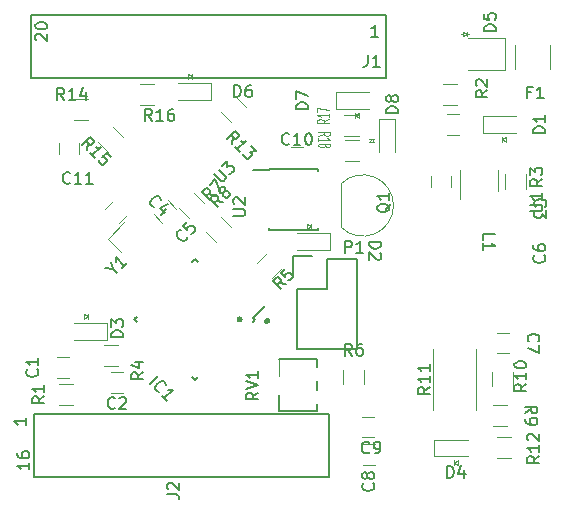
<source format=gbr>
%TF.GenerationSoftware,KiCad,Pcbnew,no-vcs-found-b18601d~60~ubuntu16.04.1*%
%TF.CreationDate,2017-12-04T14:02:50-05:00*%
%TF.ProjectId,as,61732E6B696361645F70636200000000,rev?*%
%TF.SameCoordinates,Original*%
%TF.FileFunction,Legend,Top*%
%TF.FilePolarity,Positive*%
%FSLAX46Y46*%
G04 Gerber Fmt 4.6, Leading zero omitted, Abs format (unit mm)*
G04 Created by KiCad (PCBNEW no-vcs-found-b18601d~60~ubuntu16.04.1) date Mon Dec  4 14:02:50 2017*
%MOMM*%
%LPD*%
G01*
G04 APERTURE LIST*
%ADD10C,0.120000*%
%ADD11C,0.100000*%
%ADD12C,0.150000*%
%ADD13C,0.500000*%
%ADD14C,0.125000*%
G04 APERTURE END LIST*
D10*
%TO.C,D8*%
X169864000Y-83628000D02*
X169864000Y-86428000D01*
X168464000Y-83628000D02*
X168464000Y-86428000D01*
D11*
X168094000Y-85582000D02*
X167694000Y-85582000D01*
X167694000Y-85582000D02*
X167894000Y-85282000D01*
X167894000Y-85282000D02*
X168094000Y-85582000D01*
X168094000Y-85282000D02*
X167694000Y-85282000D01*
D10*
X169864000Y-83628000D02*
X168464000Y-83628000D01*
D12*
%TO.C,U2*%
X159214999Y-87849000D02*
X159215000Y-87899000D01*
X163365001Y-87849000D02*
X163365000Y-87994000D01*
X163365001Y-92999000D02*
X163365000Y-92854000D01*
X159214999Y-92999000D02*
X159215000Y-92854000D01*
X159214999Y-87849000D02*
X163365001Y-87849000D01*
X159214999Y-92999000D02*
X163365001Y-92999000D01*
X159215000Y-87899000D02*
X157815000Y-87898999D01*
D10*
%TO.C,D3*%
X145480001Y-102300000D02*
X145480001Y-100900000D01*
D11*
X143826001Y-100530000D02*
X143826002Y-100130000D01*
X143826001Y-100330000D02*
X143526001Y-100530000D01*
X143526002Y-100130000D02*
X143826001Y-100330000D01*
X143526001Y-100530000D02*
X143526002Y-100130000D01*
D10*
X145480001Y-100900000D02*
X142680001Y-100900000D01*
X145480001Y-102300000D02*
X142680001Y-102300000D01*
D12*
%TO.C,J2*%
X139300000Y-108602000D02*
X139300000Y-113902000D01*
X164230000Y-108602000D02*
X164230000Y-113902000D01*
X139300000Y-108602000D02*
X164230000Y-108602000D01*
X139300000Y-113902000D02*
X164230000Y-113902000D01*
%TO.C,J1*%
X139046000Y-74820001D02*
X139045999Y-80120000D01*
X169056000Y-74820000D02*
X169056000Y-80120000D01*
X139046000Y-74820001D02*
X169056000Y-74820000D01*
X139045999Y-80120000D02*
X169056000Y-80120000D01*
D10*
%TO.C,R13*%
X156012010Y-83850518D02*
X155163482Y-83001990D01*
X156407990Y-81757482D02*
X157256518Y-82606010D01*
D12*
%TO.C,P1*%
X161544000Y-98044000D02*
X161543999Y-103124000D01*
X161264000Y-95224000D02*
X162814000Y-95223999D01*
X164084000Y-95504000D02*
X164084000Y-98044000D01*
X164084000Y-98044000D02*
X161544000Y-98044000D01*
X161543999Y-103124000D02*
X166624000Y-103124000D01*
X166624000Y-103124000D02*
X166624000Y-98044000D01*
X161264000Y-95224000D02*
X161263999Y-96774000D01*
X166624000Y-95504000D02*
X164084000Y-95504000D01*
X166624000Y-98044000D02*
X166624000Y-95504000D01*
D13*
%TO.C,IC1*%
X156712548Y-100566039D02*
G75*
G03X156712548Y-100566039I-50801J0D01*
G01*
X159047414Y-100709724D02*
G75*
G03X159047414Y-100709724I-50800J0D01*
G01*
D12*
X158034524Y-100584000D02*
X157875425Y-100424901D01*
X152908000Y-105710524D02*
X152678190Y-105480714D01*
X147781476Y-100584000D02*
X148011286Y-100813810D01*
X152908000Y-95457476D02*
X153137810Y-95687286D01*
X158034524Y-100584000D02*
X157804714Y-100813810D01*
X152908000Y-95457476D02*
X152678190Y-95687286D01*
X147781476Y-100584000D02*
X148011286Y-100354190D01*
X152908000Y-105710524D02*
X153137810Y-105480714D01*
X157875425Y-100424901D02*
X158883052Y-99417274D01*
D10*
%TO.C,D2*%
X164360000Y-94680000D02*
X161560000Y-94680000D01*
X164360000Y-93280000D02*
X161560000Y-93280000D01*
D11*
X162406000Y-92910000D02*
X162406001Y-92510000D01*
X162406001Y-92510000D02*
X162706000Y-92710000D01*
X162706000Y-92710000D02*
X162406000Y-92910000D01*
X162706000Y-92910000D02*
X162706001Y-92510000D01*
D10*
X164360000Y-94680000D02*
X164360000Y-93280000D01*
%TO.C,D6*%
X154284000Y-81980000D02*
X154284000Y-80580000D01*
D11*
X152630000Y-80210000D02*
X152630000Y-79810000D01*
X152630000Y-80010000D02*
X152330000Y-80210000D01*
X152330000Y-79810000D02*
X152630000Y-80010000D01*
X152330000Y-80210000D02*
X152330000Y-79810000D01*
D10*
X154284000Y-80580000D02*
X151484000Y-80580000D01*
X154284000Y-81980000D02*
X151484000Y-81980000D01*
D11*
%TO.C,Y1*%
X145536416Y-93754843D02*
X146950629Y-92340629D01*
X145536416Y-93754843D02*
X146667786Y-94886214D01*
D10*
%TO.C,C1*%
X142232000Y-103798000D02*
X141232000Y-103798000D01*
X141232000Y-105498000D02*
X142232000Y-105498000D01*
%TO.C,C2*%
X145804000Y-106768000D02*
X146804000Y-106768000D01*
X146804000Y-105068000D02*
X145804000Y-105068000D01*
%TO.C,C3*%
X174268000Y-84924000D02*
X175268000Y-84924000D01*
X175268000Y-83224000D02*
X174268000Y-83224000D01*
%TO.C,C4*%
X146001620Y-90540299D02*
X145294513Y-91247406D01*
X146496594Y-92449487D02*
X147203701Y-91742380D01*
%TO.C,C5*%
X151322594Y-91192513D02*
X150615487Y-90485406D01*
X149413406Y-91687487D02*
X150120513Y-92394594D01*
%TO.C,C6*%
X172886000Y-88400000D02*
X172886000Y-89400000D01*
X174586000Y-89400000D02*
X174586000Y-88400000D01*
%TO.C,C7*%
X179493796Y-101758342D02*
X178493796Y-101758342D01*
X178493796Y-103458342D02*
X179493796Y-103458342D01*
%TO.C,C8*%
X167140000Y-112864000D02*
X168140000Y-112864000D01*
X168140000Y-111164000D02*
X167140000Y-111164000D01*
%TO.C,C9*%
X168080466Y-108846262D02*
X167080466Y-108846262D01*
X167080466Y-110546262D02*
X168080466Y-110546262D01*
%TO.C,C10*%
X162060000Y-86018000D02*
X161060000Y-86018000D01*
X161060000Y-87718000D02*
X162060000Y-87718000D01*
%TO.C,C11*%
X143090000Y-86606000D02*
X143090000Y-85606000D01*
X141390000Y-85606000D02*
X141390000Y-86606000D01*
%TO.C,D1*%
X177270000Y-83374000D02*
X177270000Y-84774000D01*
D11*
X178924000Y-85144000D02*
X178924000Y-85544000D01*
X178924000Y-85344000D02*
X179224000Y-85144000D01*
X179224000Y-85544000D02*
X178924000Y-85344000D01*
X179224000Y-85144000D02*
X179224000Y-85544000D01*
D10*
X177270000Y-84774000D02*
X180070000Y-84774000D01*
X177270000Y-83374000D02*
X180070000Y-83374000D01*
%TO.C,D4*%
X173198545Y-110747295D02*
X173198545Y-112147295D01*
D11*
X174852545Y-112517295D02*
X174852545Y-112917295D01*
X174852545Y-112717295D02*
X175152545Y-112517295D01*
X175152545Y-112917295D02*
X174852545Y-112717295D01*
X175152545Y-112517295D02*
X175152545Y-112917295D01*
D10*
X173198545Y-112147295D02*
X175998545Y-112147295D01*
X173198545Y-110747295D02*
X175998545Y-110747295D01*
%TO.C,D5*%
X179197000Y-79438500D02*
X179197000Y-76771500D01*
D11*
X175638000Y-76409000D02*
X175488000Y-76409000D01*
X175638000Y-76609000D02*
X175938000Y-76409000D01*
X175638000Y-76209000D02*
X175638000Y-76609000D01*
X175938000Y-76409000D02*
X175638000Y-76209000D01*
X175938000Y-76409000D02*
X176088000Y-76409000D01*
X175938000Y-76209000D02*
X175938000Y-76609000D01*
D10*
X179197000Y-76771500D02*
X176022000Y-76771500D01*
X179197000Y-79438500D02*
X176022000Y-79438500D01*
%TO.C,D7*%
X164824000Y-81342000D02*
X167624000Y-81342000D01*
X164824000Y-82742000D02*
X167624000Y-82742000D01*
D11*
X166778000Y-83112000D02*
X166778000Y-83512000D01*
X166778000Y-83512000D02*
X166478000Y-83312000D01*
X166478000Y-83312000D02*
X166778000Y-83112000D01*
X166478000Y-83112000D02*
X166478000Y-83512000D01*
D10*
X164824000Y-81342000D02*
X164824000Y-82742000D01*
%TO.C,F1*%
X180003000Y-79359000D02*
X180003000Y-77359000D01*
X182963000Y-77359000D02*
X182963000Y-79359000D01*
%TO.C,Q1*%
X165282000Y-89132000D02*
X165282000Y-92732000D01*
X165293522Y-89093522D02*
G75*
G02X169732000Y-90932000I1838478J-1838478D01*
G01*
X165293522Y-92770478D02*
G75*
G03X169732000Y-90932000I1838478J1838478D01*
G01*
%TO.C,R1*%
X142586000Y-107814000D02*
X141386000Y-107814000D01*
X141386000Y-106054000D02*
X142586000Y-106054000D01*
%TO.C,R2*%
X175098000Y-82414000D02*
X173898000Y-82414000D01*
X173898000Y-80654000D02*
X175098000Y-80654000D01*
%TO.C,R3*%
X179206000Y-89500000D02*
X179206000Y-88300000D01*
X180966000Y-88300000D02*
X180966000Y-89500000D01*
%TO.C,R4*%
X145196000Y-102752000D02*
X146396000Y-102752000D01*
X146396000Y-104512000D02*
X145196000Y-104512000D01*
%TO.C,R5*%
X158211482Y-95814010D02*
X159060010Y-94965482D01*
X160304518Y-96209990D02*
X159455990Y-97058518D01*
%TO.C,R6*%
X165490000Y-106076001D02*
X165490000Y-104876001D01*
X167250000Y-104876001D02*
X167250000Y-106076001D01*
%TO.C,R7*%
X152456010Y-91978518D02*
X151607482Y-91129990D01*
X152851990Y-89885482D02*
X153700518Y-90734010D01*
%TO.C,R8*%
X155137990Y-91917482D02*
X155986518Y-92766010D01*
X154742010Y-94010518D02*
X153893482Y-93161990D01*
%TO.C,R9*%
X179339796Y-109584342D02*
X178139796Y-109584342D01*
X178139796Y-107824342D02*
X179339796Y-107824342D01*
%TO.C,R10*%
X179873796Y-105056342D02*
X179873796Y-106256342D01*
X178113796Y-106256342D02*
X178113796Y-105056342D01*
%TO.C,R11*%
X176749796Y-103056342D02*
X176749796Y-108256342D01*
X173109796Y-108256342D02*
X173109796Y-103056342D01*
%TO.C,R12*%
X178470000Y-110567295D02*
X179670000Y-110567295D01*
X179670000Y-112327295D02*
X178470000Y-112327295D01*
%TO.C,R14*%
X142656000Y-81924000D02*
X143856000Y-81924000D01*
X143856000Y-83684000D02*
X142656000Y-83684000D01*
%TO.C,R15*%
X145993990Y-84297482D02*
X146842518Y-85146010D01*
X145598010Y-86390518D02*
X144749482Y-85541990D01*
%TO.C,R16*%
X149444000Y-82414000D02*
X148244000Y-82414000D01*
X148244000Y-80654000D02*
X149444000Y-80654000D01*
%TO.C,R17*%
X166779873Y-85007135D02*
X165579873Y-85007135D01*
X165579873Y-83247135D02*
X166779873Y-83247135D01*
%TO.C,R18*%
X166840873Y-87166135D02*
X165640873Y-87166135D01*
X165640873Y-85406135D02*
X166840873Y-85406135D01*
%TO.C,RV1*%
X160020000Y-105372000D02*
X160020000Y-103972000D01*
D12*
X160020000Y-106972000D02*
X160020000Y-108372000D01*
X160020000Y-108372000D02*
X163270000Y-108372000D01*
X163270000Y-108372000D02*
X163270000Y-107772000D01*
X163270000Y-106572000D02*
X163270000Y-105772000D01*
X163270000Y-104572000D02*
X163270000Y-103972000D01*
X160040000Y-103972000D02*
X163270000Y-103972000D01*
D10*
%TO.C,U1*%
X178582000Y-89716000D02*
X178582000Y-87916000D01*
X175362000Y-87916000D02*
X175362000Y-90366000D01*
%TO.C,D8*%
D12*
X170124380Y-83118095D02*
X169124380Y-83118095D01*
X169124380Y-82880000D01*
X169172000Y-82737142D01*
X169267238Y-82641904D01*
X169362476Y-82594285D01*
X169552952Y-82546666D01*
X169695809Y-82546666D01*
X169886285Y-82594285D01*
X169981523Y-82641904D01*
X170076761Y-82737142D01*
X170124380Y-82880000D01*
X170124380Y-83118095D01*
X169552952Y-81975238D02*
X169505333Y-82070476D01*
X169457714Y-82118095D01*
X169362476Y-82165714D01*
X169314857Y-82165714D01*
X169219619Y-82118095D01*
X169172000Y-82070476D01*
X169124380Y-81975238D01*
X169124380Y-81784761D01*
X169172000Y-81689523D01*
X169219619Y-81641904D01*
X169314857Y-81594285D01*
X169362476Y-81594285D01*
X169457714Y-81641904D01*
X169505333Y-81689523D01*
X169552952Y-81784761D01*
X169552952Y-81975238D01*
X169600571Y-82070476D01*
X169648190Y-82118095D01*
X169743428Y-82165714D01*
X169933904Y-82165714D01*
X170029142Y-82118095D01*
X170076761Y-82070476D01*
X170124380Y-81975238D01*
X170124380Y-81784761D01*
X170076761Y-81689523D01*
X170029142Y-81641904D01*
X169933904Y-81594285D01*
X169743428Y-81594285D01*
X169648190Y-81641904D01*
X169600571Y-81689523D01*
X169552952Y-81784761D01*
%TO.C,U2*%
X156170380Y-91820904D02*
X156979904Y-91820904D01*
X157075142Y-91773285D01*
X157122761Y-91725666D01*
X157170380Y-91630428D01*
X157170380Y-91439952D01*
X157122761Y-91344714D01*
X157075142Y-91297095D01*
X156979904Y-91249476D01*
X156170380Y-91249476D01*
X156265619Y-90820904D02*
X156218000Y-90773285D01*
X156170380Y-90678047D01*
X156170380Y-90439952D01*
X156218000Y-90344714D01*
X156265619Y-90297095D01*
X156360857Y-90249476D01*
X156456095Y-90249476D01*
X156598952Y-90297095D01*
X157170380Y-90868523D01*
X157170380Y-90249476D01*
%TO.C,D3*%
X146842382Y-102084095D02*
X145842382Y-102084095D01*
X145842382Y-101846000D01*
X145890002Y-101703142D01*
X145985240Y-101607904D01*
X146080478Y-101560285D01*
X146270954Y-101512666D01*
X146413811Y-101512666D01*
X146604287Y-101560285D01*
X146699525Y-101607904D01*
X146794763Y-101703142D01*
X146842382Y-101846000D01*
X146842382Y-102084095D01*
X145842382Y-101179333D02*
X145842382Y-100560285D01*
X146223335Y-100893619D01*
X146223335Y-100750761D01*
X146270954Y-100655523D01*
X146318573Y-100607904D01*
X146413811Y-100560285D01*
X146651906Y-100560285D01*
X146747144Y-100607904D01*
X146794763Y-100655523D01*
X146842382Y-100750761D01*
X146842382Y-101036476D01*
X146794763Y-101131714D01*
X146747144Y-101179333D01*
%TO.C,J2*%
X150582380Y-115395333D02*
X151296666Y-115395333D01*
X151439523Y-115442952D01*
X151534761Y-115538190D01*
X151582380Y-115681047D01*
X151582380Y-115776285D01*
X150677619Y-114966761D02*
X150630000Y-114919142D01*
X150582380Y-114823904D01*
X150582380Y-114585809D01*
X150630000Y-114490571D01*
X150677619Y-114442952D01*
X150772857Y-114395333D01*
X150868095Y-114395333D01*
X151010952Y-114442952D01*
X151582380Y-115014380D01*
X151582380Y-114395333D01*
X138882380Y-112712476D02*
X138882380Y-113283904D01*
X138882380Y-112998190D02*
X137882380Y-112998190D01*
X138025238Y-113093428D01*
X138120476Y-113188666D01*
X138168095Y-113283904D01*
X137882380Y-111855333D02*
X137882380Y-112045809D01*
X137930000Y-112141047D01*
X137977619Y-112188666D01*
X138120476Y-112283904D01*
X138310952Y-112331523D01*
X138691904Y-112331523D01*
X138787142Y-112283904D01*
X138834761Y-112236285D01*
X138882380Y-112141047D01*
X138882380Y-111950571D01*
X138834761Y-111855333D01*
X138787142Y-111807714D01*
X138691904Y-111760095D01*
X138453809Y-111760095D01*
X138358571Y-111807714D01*
X138310952Y-111855333D01*
X138263333Y-111950571D01*
X138263333Y-112141047D01*
X138310952Y-112236285D01*
X138358571Y-112283904D01*
X138453809Y-112331523D01*
X138628380Y-108934285D02*
X138628380Y-109505714D01*
X138628380Y-109220000D02*
X137628380Y-109220000D01*
X137771238Y-109315238D01*
X137866476Y-109410476D01*
X137914095Y-109505714D01*
%TO.C,J1*%
X167560666Y-78192380D02*
X167560666Y-78906666D01*
X167513047Y-79049523D01*
X167417809Y-79144761D01*
X167274952Y-79192380D01*
X167179714Y-79192380D01*
X168560666Y-79192380D02*
X167989238Y-79192380D01*
X168274952Y-79192380D02*
X168274952Y-78192380D01*
X168179714Y-78335238D01*
X168084476Y-78430476D01*
X167989238Y-78478095D01*
X139501619Y-76961904D02*
X139454000Y-76914285D01*
X139406380Y-76819047D01*
X139406380Y-76580952D01*
X139454000Y-76485714D01*
X139501619Y-76438095D01*
X139596857Y-76390476D01*
X139692095Y-76390476D01*
X139834952Y-76438095D01*
X140406380Y-77009523D01*
X140406380Y-76390476D01*
X139406380Y-75771428D02*
X139406380Y-75676190D01*
X139454000Y-75580952D01*
X139501619Y-75533333D01*
X139596857Y-75485714D01*
X139787333Y-75438095D01*
X140025428Y-75438095D01*
X140215904Y-75485714D01*
X140311142Y-75533333D01*
X140358761Y-75580952D01*
X140406380Y-75676190D01*
X140406380Y-75771428D01*
X140358761Y-75866666D01*
X140311142Y-75914285D01*
X140215904Y-75961904D01*
X140025428Y-76009523D01*
X139787333Y-76009523D01*
X139596857Y-75961904D01*
X139501619Y-75914285D01*
X139454000Y-75866666D01*
X139406380Y-75771428D01*
X168433713Y-76652380D02*
X167862284Y-76652380D01*
X168147999Y-76652380D02*
X168147999Y-75652380D01*
X168052760Y-75795238D01*
X167957522Y-75890476D01*
X167862284Y-75938095D01*
%TO.C,R13*%
X156033797Y-85717312D02*
X156134812Y-85144893D01*
X155629736Y-85313251D02*
X156336843Y-84606145D01*
X156606217Y-84875519D01*
X156639889Y-84976534D01*
X156639889Y-85043877D01*
X156606217Y-85144893D01*
X156505202Y-85245908D01*
X156404186Y-85279580D01*
X156336843Y-85279580D01*
X156235828Y-85245908D01*
X155966454Y-84976534D01*
X156707232Y-86390748D02*
X156303171Y-85986687D01*
X156505202Y-86188717D02*
X157212309Y-85481610D01*
X157043950Y-85515282D01*
X156909263Y-85515282D01*
X156808248Y-85481610D01*
X157650041Y-85919343D02*
X158087774Y-86357076D01*
X157582698Y-86390748D01*
X157683713Y-86491763D01*
X157717385Y-86592778D01*
X157717385Y-86660122D01*
X157683713Y-86761137D01*
X157515354Y-86929496D01*
X157414339Y-86963167D01*
X157346996Y-86963167D01*
X157245980Y-86929496D01*
X157043950Y-86727465D01*
X157010278Y-86626450D01*
X157010278Y-86559106D01*
%TO.C,P1*%
X165631904Y-94940380D02*
X165631904Y-93940380D01*
X166012857Y-93940380D01*
X166108095Y-93988000D01*
X166155714Y-94035619D01*
X166203333Y-94130857D01*
X166203333Y-94273714D01*
X166155714Y-94368952D01*
X166108095Y-94416571D01*
X166012857Y-94464190D01*
X165631904Y-94464190D01*
X167155714Y-94940380D02*
X166584285Y-94940380D01*
X166870000Y-94940380D02*
X166870000Y-93940380D01*
X166774761Y-94083238D01*
X166679523Y-94178476D01*
X166584285Y-94226095D01*
%TO.C,IC1*%
X149103847Y-106055610D02*
X149810954Y-105348503D01*
X149911969Y-106729045D02*
X149844625Y-106729045D01*
X149709938Y-106661702D01*
X149642595Y-106594358D01*
X149575251Y-106459671D01*
X149575251Y-106324984D01*
X149608923Y-106223969D01*
X149709938Y-106055610D01*
X149810954Y-105954595D01*
X149979312Y-105853580D01*
X150080328Y-105819908D01*
X150215015Y-105819908D01*
X150349702Y-105887251D01*
X150417045Y-105954595D01*
X150484389Y-106089282D01*
X150484389Y-106156625D01*
X150518061Y-107469824D02*
X150114000Y-107065763D01*
X150316030Y-107267793D02*
X151023137Y-106560687D01*
X150854778Y-106594358D01*
X150720091Y-106594358D01*
X150619076Y-106560687D01*
%TO.C,D2*%
X167695619Y-94003904D02*
X168695619Y-94003904D01*
X168695619Y-94242000D01*
X168648000Y-94384857D01*
X168552761Y-94480095D01*
X168457523Y-94527714D01*
X168267047Y-94575333D01*
X168124190Y-94575333D01*
X167933714Y-94527714D01*
X167838476Y-94480095D01*
X167743238Y-94384857D01*
X167695619Y-94242000D01*
X167695619Y-94003904D01*
X168600380Y-94956285D02*
X168648000Y-95003904D01*
X168695619Y-95099142D01*
X168695619Y-95337238D01*
X168648000Y-95432476D01*
X168600380Y-95480095D01*
X168505142Y-95527714D01*
X168409904Y-95527714D01*
X168267047Y-95480095D01*
X167695619Y-94908666D01*
X167695619Y-95527714D01*
%TO.C,U3*%
X154522026Y-88289522D02*
X155094446Y-88861942D01*
X155195461Y-88895614D01*
X155262805Y-88895614D01*
X155363820Y-88861942D01*
X155498507Y-88727255D01*
X155532179Y-88626240D01*
X155532179Y-88558896D01*
X155498507Y-88457881D01*
X154926087Y-87885461D01*
X155195461Y-87616087D02*
X155633194Y-87178355D01*
X155666866Y-87683431D01*
X155767881Y-87582416D01*
X155868896Y-87548744D01*
X155936240Y-87548744D01*
X156037255Y-87582416D01*
X156205614Y-87750774D01*
X156239286Y-87851790D01*
X156239286Y-87919133D01*
X156205614Y-88020148D01*
X156003583Y-88222179D01*
X155902568Y-88255851D01*
X155835225Y-88255851D01*
%TO.C,D6*%
X156233904Y-81732380D02*
X156233904Y-80732380D01*
X156472000Y-80732380D01*
X156614857Y-80780000D01*
X156710095Y-80875238D01*
X156757714Y-80970476D01*
X156805333Y-81160952D01*
X156805333Y-81303809D01*
X156757714Y-81494285D01*
X156710095Y-81589523D01*
X156614857Y-81684761D01*
X156472000Y-81732380D01*
X156233904Y-81732380D01*
X157662476Y-80732380D02*
X157472000Y-80732380D01*
X157376761Y-80780000D01*
X157329142Y-80827619D01*
X157233904Y-80970476D01*
X157186285Y-81160952D01*
X157186285Y-81541904D01*
X157233904Y-81637142D01*
X157281523Y-81684761D01*
X157376761Y-81732380D01*
X157567238Y-81732380D01*
X157662476Y-81684761D01*
X157710095Y-81637142D01*
X157757714Y-81541904D01*
X157757714Y-81303809D01*
X157710095Y-81208571D01*
X157662476Y-81160952D01*
X157567238Y-81113333D01*
X157376761Y-81113333D01*
X157281523Y-81160952D01*
X157233904Y-81208571D01*
X157186285Y-81303809D01*
%TO.C,Y1*%
X145950446Y-96331881D02*
X146287164Y-96668599D01*
X145344355Y-96197194D02*
X145950446Y-96331881D01*
X145815759Y-95725790D01*
X147128957Y-95826805D02*
X146724896Y-96230866D01*
X146926927Y-96028835D02*
X146219820Y-95321729D01*
X146253492Y-95490087D01*
X146253492Y-95624774D01*
X146219820Y-95725790D01*
%TO.C,C1*%
X139549142Y-104814666D02*
X139596761Y-104862285D01*
X139644380Y-105005142D01*
X139644380Y-105100380D01*
X139596761Y-105243238D01*
X139501523Y-105338476D01*
X139406285Y-105386095D01*
X139215809Y-105433714D01*
X139072952Y-105433714D01*
X138882476Y-105386095D01*
X138787238Y-105338476D01*
X138692000Y-105243238D01*
X138644380Y-105100380D01*
X138644380Y-105005142D01*
X138692000Y-104862285D01*
X138739619Y-104814666D01*
X139644380Y-103862285D02*
X139644380Y-104433714D01*
X139644380Y-104148000D02*
X138644380Y-104148000D01*
X138787238Y-104243238D01*
X138882476Y-104338476D01*
X138930095Y-104433714D01*
%TO.C,C2*%
X146137333Y-108053142D02*
X146089714Y-108100761D01*
X145946857Y-108148380D01*
X145851619Y-108148380D01*
X145708761Y-108100761D01*
X145613523Y-108005523D01*
X145565904Y-107910285D01*
X145518285Y-107719809D01*
X145518285Y-107576952D01*
X145565904Y-107386476D01*
X145613523Y-107291238D01*
X145708761Y-107196000D01*
X145851619Y-107148380D01*
X145946857Y-107148380D01*
X146089714Y-107196000D01*
X146137333Y-107243619D01*
X146518285Y-107243619D02*
X146565904Y-107196000D01*
X146661142Y-107148380D01*
X146899238Y-107148380D01*
X146994476Y-107196000D01*
X147042095Y-107243619D01*
X147089714Y-107338857D01*
X147089714Y-107434095D01*
X147042095Y-107576952D01*
X146470666Y-108148380D01*
X147089714Y-108148380D01*
%TO.C,C3*%
X181760857Y-91019333D02*
X181713238Y-90971714D01*
X181665619Y-90828857D01*
X181665619Y-90733619D01*
X181713238Y-90590761D01*
X181808476Y-90495523D01*
X181903714Y-90447904D01*
X182094190Y-90400285D01*
X182237047Y-90400285D01*
X182427523Y-90447904D01*
X182522761Y-90495523D01*
X182618000Y-90590761D01*
X182665619Y-90733619D01*
X182665619Y-90828857D01*
X182618000Y-90971714D01*
X182570380Y-91019333D01*
X182665619Y-91352666D02*
X182665619Y-91971714D01*
X182284666Y-91638380D01*
X182284666Y-91781238D01*
X182237047Y-91876476D01*
X182189428Y-91924095D01*
X182094190Y-91971714D01*
X181856095Y-91971714D01*
X181760857Y-91924095D01*
X181713238Y-91876476D01*
X181665619Y-91781238D01*
X181665619Y-91495523D01*
X181713238Y-91400285D01*
X181760857Y-91352666D01*
%TO.C,C4*%
X149489609Y-91066687D02*
X149422266Y-91066687D01*
X149287579Y-90999343D01*
X149220235Y-90932000D01*
X149152892Y-90797312D01*
X149152892Y-90662625D01*
X149186563Y-90561610D01*
X149287579Y-90393251D01*
X149388594Y-90292236D01*
X149556953Y-90191221D01*
X149657968Y-90157549D01*
X149792655Y-90157549D01*
X149927342Y-90224893D01*
X149994686Y-90292236D01*
X150062029Y-90426923D01*
X150062029Y-90494267D01*
X150499762Y-91268717D02*
X150028357Y-91740122D01*
X150600777Y-90830984D02*
X149927342Y-91167702D01*
X150365075Y-91605435D01*
%TO.C,C5*%
X152280687Y-93588389D02*
X152280687Y-93655732D01*
X152213343Y-93790419D01*
X152146000Y-93857763D01*
X152011312Y-93925106D01*
X151876625Y-93925106D01*
X151775610Y-93891435D01*
X151607251Y-93790419D01*
X151506236Y-93689404D01*
X151405221Y-93521045D01*
X151371549Y-93420030D01*
X151371549Y-93285343D01*
X151438893Y-93150656D01*
X151506236Y-93083312D01*
X151640923Y-93015969D01*
X151708267Y-93015969D01*
X152280687Y-92308862D02*
X151943969Y-92645580D01*
X152247015Y-93015969D01*
X152247015Y-92948625D01*
X152280687Y-92847610D01*
X152449045Y-92679251D01*
X152550061Y-92645580D01*
X152617404Y-92645580D01*
X152718419Y-92679251D01*
X152886778Y-92847610D01*
X152920450Y-92948625D01*
X152920450Y-93015969D01*
X152886778Y-93116984D01*
X152718419Y-93285343D01*
X152617404Y-93319015D01*
X152550061Y-93319015D01*
%TO.C,C6*%
X182475142Y-95162666D02*
X182522761Y-95210285D01*
X182570380Y-95353142D01*
X182570380Y-95448380D01*
X182522761Y-95591238D01*
X182427523Y-95686476D01*
X182332285Y-95734095D01*
X182141809Y-95781714D01*
X181998952Y-95781714D01*
X181808476Y-95734095D01*
X181713238Y-95686476D01*
X181618000Y-95591238D01*
X181570380Y-95448380D01*
X181570380Y-95353142D01*
X181618000Y-95210285D01*
X181665619Y-95162666D01*
X181570380Y-94305523D02*
X181570380Y-94496000D01*
X181618000Y-94591238D01*
X181665619Y-94638857D01*
X181808476Y-94734095D01*
X181998952Y-94781714D01*
X182379904Y-94781714D01*
X182475142Y-94734095D01*
X182522761Y-94686476D01*
X182570380Y-94591238D01*
X182570380Y-94400761D01*
X182522761Y-94305523D01*
X182475142Y-94257904D01*
X182379904Y-94210285D01*
X182141809Y-94210285D01*
X182046571Y-94257904D01*
X181998952Y-94305523D01*
X181951333Y-94400761D01*
X181951333Y-94591238D01*
X181998952Y-94686476D01*
X182046571Y-94734095D01*
X182141809Y-94781714D01*
%TO.C,C7*%
X181176653Y-102441675D02*
X181129034Y-102394056D01*
X181081415Y-102251199D01*
X181081415Y-102155961D01*
X181129034Y-102013103D01*
X181224272Y-101917865D01*
X181319510Y-101870246D01*
X181509986Y-101822627D01*
X181652843Y-101822627D01*
X181843319Y-101870246D01*
X181938557Y-101917865D01*
X182033796Y-102013103D01*
X182081415Y-102155961D01*
X182081415Y-102251199D01*
X182033796Y-102394056D01*
X181986176Y-102441675D01*
X182081415Y-102775008D02*
X182081415Y-103441675D01*
X181081415Y-103013103D01*
%TO.C,C8*%
X167997142Y-114466666D02*
X168044761Y-114514285D01*
X168092380Y-114657142D01*
X168092380Y-114752380D01*
X168044761Y-114895238D01*
X167949523Y-114990476D01*
X167854285Y-115038095D01*
X167663809Y-115085714D01*
X167520952Y-115085714D01*
X167330476Y-115038095D01*
X167235238Y-114990476D01*
X167140000Y-114895238D01*
X167092380Y-114752380D01*
X167092380Y-114657142D01*
X167140000Y-114514285D01*
X167187619Y-114466666D01*
X167520952Y-113895238D02*
X167473333Y-113990476D01*
X167425714Y-114038095D01*
X167330476Y-114085714D01*
X167282857Y-114085714D01*
X167187619Y-114038095D01*
X167140000Y-113990476D01*
X167092380Y-113895238D01*
X167092380Y-113704761D01*
X167140000Y-113609523D01*
X167187619Y-113561904D01*
X167282857Y-113514285D01*
X167330476Y-113514285D01*
X167425714Y-113561904D01*
X167473333Y-113609523D01*
X167520952Y-113704761D01*
X167520952Y-113895238D01*
X167568571Y-113990476D01*
X167616190Y-114038095D01*
X167711428Y-114085714D01*
X167901904Y-114085714D01*
X167997142Y-114038095D01*
X168044761Y-113990476D01*
X168092380Y-113895238D01*
X168092380Y-113704761D01*
X168044761Y-113609523D01*
X167997142Y-113561904D01*
X167901904Y-113514285D01*
X167711428Y-113514285D01*
X167616190Y-113561904D01*
X167568571Y-113609523D01*
X167520952Y-113704761D01*
%TO.C,C9*%
X167667799Y-111831404D02*
X167620180Y-111879023D01*
X167477323Y-111926642D01*
X167382085Y-111926642D01*
X167239227Y-111879023D01*
X167143989Y-111783785D01*
X167096370Y-111688547D01*
X167048751Y-111498071D01*
X167048751Y-111355214D01*
X167096370Y-111164738D01*
X167143989Y-111069500D01*
X167239227Y-110974262D01*
X167382085Y-110926642D01*
X167477323Y-110926642D01*
X167620180Y-110974262D01*
X167667799Y-111021881D01*
X168143989Y-111926642D02*
X168334466Y-111926642D01*
X168429704Y-111879023D01*
X168477323Y-111831404D01*
X168572561Y-111688547D01*
X168620180Y-111498071D01*
X168620180Y-111117119D01*
X168572561Y-111021881D01*
X168524942Y-110974262D01*
X168429704Y-110926642D01*
X168239227Y-110926642D01*
X168143989Y-110974262D01*
X168096370Y-111021881D01*
X168048751Y-111117119D01*
X168048751Y-111355214D01*
X168096370Y-111450452D01*
X168143989Y-111498071D01*
X168239227Y-111545690D01*
X168429704Y-111545690D01*
X168524942Y-111498071D01*
X168572561Y-111450452D01*
X168620180Y-111355214D01*
%TO.C,C10*%
X160901142Y-85701142D02*
X160853523Y-85748761D01*
X160710666Y-85796380D01*
X160615428Y-85796380D01*
X160472571Y-85748761D01*
X160377333Y-85653523D01*
X160329714Y-85558285D01*
X160282095Y-85367809D01*
X160282095Y-85224952D01*
X160329714Y-85034476D01*
X160377333Y-84939238D01*
X160472571Y-84844000D01*
X160615428Y-84796380D01*
X160710666Y-84796380D01*
X160853523Y-84844000D01*
X160901142Y-84891619D01*
X161853523Y-85796380D02*
X161282095Y-85796380D01*
X161567809Y-85796380D02*
X161567809Y-84796380D01*
X161472571Y-84939238D01*
X161377333Y-85034476D01*
X161282095Y-85082095D01*
X162472571Y-84796380D02*
X162567809Y-84796380D01*
X162663047Y-84844000D01*
X162710666Y-84891619D01*
X162758285Y-84986857D01*
X162805904Y-85177333D01*
X162805904Y-85415428D01*
X162758285Y-85605904D01*
X162710666Y-85701142D01*
X162663047Y-85748761D01*
X162567809Y-85796380D01*
X162472571Y-85796380D01*
X162377333Y-85748761D01*
X162329714Y-85701142D01*
X162282095Y-85605904D01*
X162234476Y-85415428D01*
X162234476Y-85177333D01*
X162282095Y-84986857D01*
X162329714Y-84891619D01*
X162377333Y-84844000D01*
X162472571Y-84796380D01*
%TO.C,C11*%
X142359142Y-89003142D02*
X142311523Y-89050761D01*
X142168666Y-89098380D01*
X142073428Y-89098380D01*
X141930571Y-89050761D01*
X141835333Y-88955523D01*
X141787714Y-88860285D01*
X141740095Y-88669809D01*
X141740095Y-88526952D01*
X141787714Y-88336476D01*
X141835333Y-88241238D01*
X141930571Y-88146000D01*
X142073428Y-88098380D01*
X142168666Y-88098380D01*
X142311523Y-88146000D01*
X142359142Y-88193619D01*
X143311523Y-89098380D02*
X142740095Y-89098380D01*
X143025809Y-89098380D02*
X143025809Y-88098380D01*
X142930571Y-88241238D01*
X142835333Y-88336476D01*
X142740095Y-88384095D01*
X144263904Y-89098380D02*
X143692476Y-89098380D01*
X143978190Y-89098380D02*
X143978190Y-88098380D01*
X143882952Y-88241238D01*
X143787714Y-88336476D01*
X143692476Y-88384095D01*
%TO.C,D1*%
X182570380Y-84812095D02*
X181570380Y-84812095D01*
X181570380Y-84574000D01*
X181618000Y-84431142D01*
X181713238Y-84335904D01*
X181808476Y-84288285D01*
X181998952Y-84240666D01*
X182141809Y-84240666D01*
X182332285Y-84288285D01*
X182427523Y-84335904D01*
X182522761Y-84431142D01*
X182570380Y-84574000D01*
X182570380Y-84812095D01*
X182570380Y-83288285D02*
X182570380Y-83859714D01*
X182570380Y-83574000D02*
X181570380Y-83574000D01*
X181713238Y-83669238D01*
X181808476Y-83764476D01*
X181856095Y-83859714D01*
%TO.C,D4*%
X174267904Y-113990380D02*
X174267904Y-112990380D01*
X174506000Y-112990380D01*
X174648857Y-113038000D01*
X174744095Y-113133238D01*
X174791714Y-113228476D01*
X174839333Y-113418952D01*
X174839333Y-113561809D01*
X174791714Y-113752285D01*
X174744095Y-113847523D01*
X174648857Y-113942761D01*
X174506000Y-113990380D01*
X174267904Y-113990380D01*
X175696476Y-113323714D02*
X175696476Y-113990380D01*
X175458380Y-112942761D02*
X175220285Y-113657047D01*
X175839333Y-113657047D01*
%TO.C,D5*%
X178379380Y-76176095D02*
X177379380Y-76176095D01*
X177379380Y-75938000D01*
X177427000Y-75795142D01*
X177522238Y-75699904D01*
X177617476Y-75652285D01*
X177807952Y-75604666D01*
X177950809Y-75604666D01*
X178141285Y-75652285D01*
X178236523Y-75699904D01*
X178331761Y-75795142D01*
X178379380Y-75938000D01*
X178379380Y-76176095D01*
X177379380Y-74699904D02*
X177379380Y-75176095D01*
X177855571Y-75223714D01*
X177807952Y-75176095D01*
X177760333Y-75080857D01*
X177760333Y-74842761D01*
X177807952Y-74747523D01*
X177855571Y-74699904D01*
X177950809Y-74652285D01*
X178188904Y-74652285D01*
X178284142Y-74699904D01*
X178331761Y-74747523D01*
X178379380Y-74842761D01*
X178379380Y-75080857D01*
X178331761Y-75176095D01*
X178284142Y-75223714D01*
%TO.C,D7*%
X162504380Y-82780095D02*
X161504380Y-82780095D01*
X161504380Y-82542000D01*
X161552000Y-82399142D01*
X161647238Y-82303904D01*
X161742476Y-82256285D01*
X161932952Y-82208666D01*
X162075809Y-82208666D01*
X162266285Y-82256285D01*
X162361523Y-82303904D01*
X162456761Y-82399142D01*
X162504380Y-82542000D01*
X162504380Y-82780095D01*
X161504380Y-81875333D02*
X161504380Y-81208666D01*
X162504380Y-81637238D01*
%TO.C,F1*%
X181403666Y-81335571D02*
X181070333Y-81335571D01*
X181070333Y-81859380D02*
X181070333Y-80859380D01*
X181546523Y-80859380D01*
X182451285Y-81859380D02*
X181879857Y-81859380D01*
X182165571Y-81859380D02*
X182165571Y-80859380D01*
X182070333Y-81002238D01*
X181975095Y-81097476D01*
X181879857Y-81145095D01*
%TO.C,L1*%
X177347619Y-93813333D02*
X177347619Y-93337142D01*
X178347619Y-93337142D01*
X177347619Y-94670476D02*
X177347619Y-94099047D01*
X177347619Y-94384761D02*
X178347619Y-94384761D01*
X178204761Y-94289523D01*
X178109523Y-94194285D01*
X178061904Y-94099047D01*
%TO.C,Q1*%
X169457619Y-90773238D02*
X169410000Y-90868476D01*
X169314761Y-90963714D01*
X169171904Y-91106571D01*
X169124285Y-91201809D01*
X169124285Y-91297047D01*
X169362380Y-91249428D02*
X169314761Y-91344666D01*
X169219523Y-91439904D01*
X169029047Y-91487523D01*
X168695714Y-91487523D01*
X168505238Y-91439904D01*
X168410000Y-91344666D01*
X168362380Y-91249428D01*
X168362380Y-91058952D01*
X168410000Y-90963714D01*
X168505238Y-90868476D01*
X168695714Y-90820857D01*
X169029047Y-90820857D01*
X169219523Y-90868476D01*
X169314761Y-90963714D01*
X169362380Y-91058952D01*
X169362380Y-91249428D01*
X169362380Y-89868476D02*
X169362380Y-90439904D01*
X169362380Y-90154190D02*
X168362380Y-90154190D01*
X168505238Y-90249428D01*
X168600476Y-90344666D01*
X168648095Y-90439904D01*
%TO.C,R1*%
X140152380Y-107100666D02*
X139676190Y-107434000D01*
X140152380Y-107672095D02*
X139152380Y-107672095D01*
X139152380Y-107291142D01*
X139200000Y-107195904D01*
X139247619Y-107148285D01*
X139342857Y-107100666D01*
X139485714Y-107100666D01*
X139580952Y-107148285D01*
X139628571Y-107195904D01*
X139676190Y-107291142D01*
X139676190Y-107672095D01*
X140152380Y-106148285D02*
X140152380Y-106719714D01*
X140152380Y-106434000D02*
X139152380Y-106434000D01*
X139295238Y-106529238D01*
X139390476Y-106624476D01*
X139438095Y-106719714D01*
%TO.C,R2*%
X177683380Y-81192666D02*
X177207190Y-81526000D01*
X177683380Y-81764095D02*
X176683380Y-81764095D01*
X176683380Y-81383142D01*
X176731000Y-81287904D01*
X176778619Y-81240285D01*
X176873857Y-81192666D01*
X177016714Y-81192666D01*
X177111952Y-81240285D01*
X177159571Y-81287904D01*
X177207190Y-81383142D01*
X177207190Y-81764095D01*
X176778619Y-80811714D02*
X176731000Y-80764095D01*
X176683380Y-80668857D01*
X176683380Y-80430761D01*
X176731000Y-80335523D01*
X176778619Y-80287904D01*
X176873857Y-80240285D01*
X176969095Y-80240285D01*
X177111952Y-80287904D01*
X177683380Y-80859333D01*
X177683380Y-80240285D01*
%TO.C,R3*%
X182316380Y-88685666D02*
X181840190Y-89019000D01*
X182316380Y-89257095D02*
X181316380Y-89257095D01*
X181316380Y-88876142D01*
X181364000Y-88780904D01*
X181411619Y-88733285D01*
X181506857Y-88685666D01*
X181649714Y-88685666D01*
X181744952Y-88733285D01*
X181792571Y-88780904D01*
X181840190Y-88876142D01*
X181840190Y-89257095D01*
X181316380Y-88352333D02*
X181316380Y-87733285D01*
X181697333Y-88066619D01*
X181697333Y-87923761D01*
X181744952Y-87828523D01*
X181792571Y-87780904D01*
X181887809Y-87733285D01*
X182125904Y-87733285D01*
X182221142Y-87780904D01*
X182268761Y-87828523D01*
X182316380Y-87923761D01*
X182316380Y-88209476D01*
X182268761Y-88304714D01*
X182221142Y-88352333D01*
%TO.C,R4*%
X148534380Y-105068666D02*
X148058190Y-105402000D01*
X148534380Y-105640095D02*
X147534380Y-105640095D01*
X147534380Y-105259142D01*
X147582000Y-105163904D01*
X147629619Y-105116285D01*
X147724857Y-105068666D01*
X147867714Y-105068666D01*
X147962952Y-105116285D01*
X148010571Y-105163904D01*
X148058190Y-105259142D01*
X148058190Y-105640095D01*
X147867714Y-104211523D02*
X148534380Y-104211523D01*
X147486761Y-104449619D02*
X148201047Y-104687714D01*
X148201047Y-104068666D01*
%TO.C,R5*%
X160626756Y-97616458D02*
X160054336Y-97515443D01*
X160222695Y-98020519D02*
X159515588Y-97313413D01*
X159784962Y-97044038D01*
X159885977Y-97010367D01*
X159953321Y-97010367D01*
X160054336Y-97044038D01*
X160155351Y-97145054D01*
X160189023Y-97246069D01*
X160189023Y-97313413D01*
X160155351Y-97414428D01*
X159885977Y-97683802D01*
X160559413Y-96269588D02*
X160222695Y-96606306D01*
X160525741Y-96976695D01*
X160525741Y-96909351D01*
X160559413Y-96808336D01*
X160727771Y-96639977D01*
X160828787Y-96606306D01*
X160896130Y-96606306D01*
X160997145Y-96639977D01*
X161165504Y-96808336D01*
X161199176Y-96909351D01*
X161199176Y-96976695D01*
X161165504Y-97077710D01*
X160997145Y-97246069D01*
X160896130Y-97279741D01*
X160828787Y-97279741D01*
%TO.C,R6*%
X166203333Y-103642381D02*
X165870000Y-103166191D01*
X165631904Y-103642381D02*
X165631904Y-102642381D01*
X166012857Y-102642381D01*
X166108095Y-102690001D01*
X166155714Y-102737620D01*
X166203333Y-102832858D01*
X166203333Y-102975715D01*
X166155714Y-103070953D01*
X166108095Y-103118572D01*
X166012857Y-103166191D01*
X165631904Y-103166191D01*
X167060476Y-102642381D02*
X166870000Y-102642381D01*
X166774761Y-102690001D01*
X166727142Y-102737620D01*
X166631904Y-102880477D01*
X166584285Y-103070953D01*
X166584285Y-103451905D01*
X166631904Y-103547143D01*
X166679523Y-103594762D01*
X166774761Y-103642381D01*
X166965238Y-103642381D01*
X167060476Y-103594762D01*
X167108095Y-103547143D01*
X167155714Y-103451905D01*
X167155714Y-103213810D01*
X167108095Y-103118572D01*
X167060476Y-103070953D01*
X166965238Y-103023334D01*
X166774761Y-103023334D01*
X166679523Y-103070953D01*
X166631904Y-103118572D01*
X166584285Y-103213810D01*
%TO.C,R7*%
X154634029Y-90099732D02*
X154061609Y-89998717D01*
X154229968Y-90503793D02*
X153522861Y-89796687D01*
X153792235Y-89527312D01*
X153893250Y-89493641D01*
X153960594Y-89493641D01*
X154061609Y-89527312D01*
X154162624Y-89628328D01*
X154196296Y-89729343D01*
X154196296Y-89796687D01*
X154162624Y-89897702D01*
X153893250Y-90167076D01*
X154162624Y-89156923D02*
X154634029Y-88685519D01*
X155038090Y-89695671D01*
%TO.C,R8*%
X155305781Y-90644483D02*
X154733361Y-90543468D01*
X154901720Y-91048544D02*
X154194613Y-90341438D01*
X154463987Y-90072063D01*
X154565002Y-90038392D01*
X154632346Y-90038392D01*
X154733361Y-90072063D01*
X154834376Y-90173079D01*
X154868048Y-90274094D01*
X154868048Y-90341438D01*
X154834376Y-90442453D01*
X154565002Y-90711827D01*
X155305781Y-89836361D02*
X155204766Y-89870033D01*
X155137422Y-89870033D01*
X155036407Y-89836361D01*
X155002735Y-89802689D01*
X154969063Y-89701674D01*
X154969063Y-89634331D01*
X155002735Y-89533315D01*
X155137422Y-89398628D01*
X155238438Y-89364957D01*
X155305781Y-89364957D01*
X155406796Y-89398628D01*
X155440468Y-89432300D01*
X155474140Y-89533315D01*
X155474140Y-89600659D01*
X155440468Y-89701674D01*
X155305781Y-89836361D01*
X155272109Y-89937376D01*
X155272109Y-90004720D01*
X155305781Y-90105735D01*
X155440468Y-90240422D01*
X155541483Y-90274094D01*
X155608827Y-90274094D01*
X155709842Y-90240422D01*
X155844529Y-90105735D01*
X155878201Y-90004720D01*
X155878201Y-89937376D01*
X155844529Y-89836361D01*
X155709842Y-89701674D01*
X155608827Y-89668002D01*
X155541483Y-89668002D01*
X155440468Y-89701674D01*
%TO.C,R9*%
X180893415Y-108537675D02*
X181369605Y-108204342D01*
X180893415Y-107966246D02*
X181893415Y-107966246D01*
X181893415Y-108347199D01*
X181845796Y-108442437D01*
X181798176Y-108490056D01*
X181702938Y-108537675D01*
X181560081Y-108537675D01*
X181464843Y-108490056D01*
X181417224Y-108442437D01*
X181369605Y-108347199D01*
X181369605Y-107966246D01*
X180893415Y-109013865D02*
X180893415Y-109204342D01*
X180941034Y-109299580D01*
X180988653Y-109347199D01*
X181131510Y-109442437D01*
X181321986Y-109490056D01*
X181702938Y-109490056D01*
X181798176Y-109442437D01*
X181845796Y-109394818D01*
X181893415Y-109299580D01*
X181893415Y-109109103D01*
X181845796Y-109013865D01*
X181798176Y-108966246D01*
X181702938Y-108918627D01*
X181464843Y-108918627D01*
X181369605Y-108966246D01*
X181321986Y-109013865D01*
X181274367Y-109109103D01*
X181274367Y-109299580D01*
X181321986Y-109394818D01*
X181369605Y-109442437D01*
X181464843Y-109490056D01*
%TO.C,R10*%
X180970176Y-106045199D02*
X180493986Y-106378532D01*
X180970176Y-106616627D02*
X179970176Y-106616627D01*
X179970176Y-106235675D01*
X180017796Y-106140437D01*
X180065415Y-106092818D01*
X180160653Y-106045199D01*
X180303510Y-106045199D01*
X180398748Y-106092818D01*
X180446367Y-106140437D01*
X180493986Y-106235675D01*
X180493986Y-106616627D01*
X180970176Y-105092818D02*
X180970176Y-105664246D01*
X180970176Y-105378532D02*
X179970176Y-105378532D01*
X180113034Y-105473770D01*
X180208272Y-105569008D01*
X180255891Y-105664246D01*
X179970176Y-104473770D02*
X179970176Y-104378532D01*
X180017796Y-104283294D01*
X180065415Y-104235675D01*
X180160653Y-104188056D01*
X180351129Y-104140437D01*
X180589224Y-104140437D01*
X180779700Y-104188056D01*
X180874938Y-104235675D01*
X180922557Y-104283294D01*
X180970176Y-104378532D01*
X180970176Y-104473770D01*
X180922557Y-104569008D01*
X180874938Y-104616627D01*
X180779700Y-104664246D01*
X180589224Y-104711865D01*
X180351129Y-104711865D01*
X180160653Y-104664246D01*
X180065415Y-104616627D01*
X180017796Y-104569008D01*
X179970176Y-104473770D01*
%TO.C,R11*%
X172782176Y-106299199D02*
X172305986Y-106632532D01*
X172782176Y-106870627D02*
X171782176Y-106870627D01*
X171782176Y-106489675D01*
X171829796Y-106394437D01*
X171877415Y-106346818D01*
X171972653Y-106299199D01*
X172115510Y-106299199D01*
X172210748Y-106346818D01*
X172258367Y-106394437D01*
X172305986Y-106489675D01*
X172305986Y-106870627D01*
X172782176Y-105346818D02*
X172782176Y-105918246D01*
X172782176Y-105632532D02*
X171782176Y-105632532D01*
X171925034Y-105727770D01*
X172020272Y-105823008D01*
X172067891Y-105918246D01*
X172782176Y-104394437D02*
X172782176Y-104965865D01*
X172782176Y-104680151D02*
X171782176Y-104680151D01*
X171925034Y-104775389D01*
X172020272Y-104870627D01*
X172067891Y-104965865D01*
%TO.C,R12*%
X182062380Y-112148857D02*
X181586190Y-112482190D01*
X182062380Y-112720285D02*
X181062380Y-112720285D01*
X181062380Y-112339333D01*
X181110000Y-112244095D01*
X181157619Y-112196476D01*
X181252857Y-112148857D01*
X181395714Y-112148857D01*
X181490952Y-112196476D01*
X181538571Y-112244095D01*
X181586190Y-112339333D01*
X181586190Y-112720285D01*
X182062380Y-111196476D02*
X182062380Y-111767904D01*
X182062380Y-111482190D02*
X181062380Y-111482190D01*
X181205238Y-111577428D01*
X181300476Y-111672666D01*
X181348095Y-111767904D01*
X181157619Y-110815523D02*
X181110000Y-110767904D01*
X181062380Y-110672666D01*
X181062380Y-110434571D01*
X181110000Y-110339333D01*
X181157619Y-110291714D01*
X181252857Y-110244095D01*
X181348095Y-110244095D01*
X181490952Y-110291714D01*
X182062380Y-110863142D01*
X182062380Y-110244095D01*
%TO.C,R14*%
X141851142Y-81986380D02*
X141517809Y-81510190D01*
X141279714Y-81986380D02*
X141279714Y-80986380D01*
X141660666Y-80986380D01*
X141755904Y-81034000D01*
X141803523Y-81081619D01*
X141851142Y-81176857D01*
X141851142Y-81319714D01*
X141803523Y-81414952D01*
X141755904Y-81462571D01*
X141660666Y-81510190D01*
X141279714Y-81510190D01*
X142803523Y-81986380D02*
X142232095Y-81986380D01*
X142517809Y-81986380D02*
X142517809Y-80986380D01*
X142422571Y-81129238D01*
X142327333Y-81224476D01*
X142232095Y-81272095D01*
X143660666Y-81319714D02*
X143660666Y-81986380D01*
X143422571Y-80938761D02*
X143184476Y-81653047D01*
X143803523Y-81653047D01*
%TO.C,R15*%
X143751549Y-86225312D02*
X143852564Y-85652893D01*
X143347488Y-85821251D02*
X144054595Y-85114145D01*
X144323969Y-85383519D01*
X144357641Y-85484534D01*
X144357641Y-85551877D01*
X144323969Y-85652893D01*
X144222954Y-85753908D01*
X144121938Y-85787580D01*
X144054595Y-85787580D01*
X143953580Y-85753908D01*
X143684206Y-85484534D01*
X144424984Y-86898748D02*
X144020923Y-86494687D01*
X144222954Y-86696717D02*
X144930061Y-85989610D01*
X144761702Y-86023282D01*
X144627015Y-86023282D01*
X144526000Y-85989610D01*
X145771854Y-86831404D02*
X145435137Y-86494687D01*
X145064748Y-86797732D01*
X145132091Y-86797732D01*
X145233106Y-86831404D01*
X145401465Y-86999763D01*
X145435137Y-87100778D01*
X145435137Y-87168122D01*
X145401465Y-87269137D01*
X145233106Y-87437496D01*
X145132091Y-87471167D01*
X145064748Y-87471167D01*
X144963732Y-87437496D01*
X144795374Y-87269137D01*
X144761702Y-87168122D01*
X144761702Y-87100778D01*
%TO.C,R16*%
X149278773Y-83764380D02*
X148945440Y-83288190D01*
X148707345Y-83764380D02*
X148707345Y-82764380D01*
X149088297Y-82764380D01*
X149183535Y-82812000D01*
X149231154Y-82859619D01*
X149278773Y-82954857D01*
X149278773Y-83097714D01*
X149231154Y-83192952D01*
X149183535Y-83240571D01*
X149088297Y-83288190D01*
X148707345Y-83288190D01*
X150231154Y-83764380D02*
X149659726Y-83764380D01*
X149945440Y-83764380D02*
X149945440Y-82764380D01*
X149850202Y-82907238D01*
X149754964Y-83002476D01*
X149659726Y-83050095D01*
X151088297Y-82764380D02*
X150897821Y-82764380D01*
X150802583Y-82812000D01*
X150754964Y-82859619D01*
X150659726Y-83002476D01*
X150612107Y-83192952D01*
X150612107Y-83573904D01*
X150659726Y-83669142D01*
X150707345Y-83716761D01*
X150802583Y-83764380D01*
X150993059Y-83764380D01*
X151088297Y-83716761D01*
X151135916Y-83669142D01*
X151183535Y-83573904D01*
X151183535Y-83335809D01*
X151135916Y-83240571D01*
X151088297Y-83192952D01*
X150993059Y-83145333D01*
X150802583Y-83145333D01*
X150707345Y-83192952D01*
X150659726Y-83240571D01*
X150612107Y-83335809D01*
%TO.C,R17*%
D14*
X164282380Y-83633428D02*
X163806190Y-83800095D01*
X164282380Y-83919142D02*
X163282380Y-83919142D01*
X163282380Y-83728666D01*
X163330000Y-83681047D01*
X163377619Y-83657238D01*
X163472857Y-83633428D01*
X163615714Y-83633428D01*
X163710952Y-83657238D01*
X163758571Y-83681047D01*
X163806190Y-83728666D01*
X163806190Y-83919142D01*
X164282380Y-83157238D02*
X164282380Y-83442952D01*
X164282380Y-83300095D02*
X163282380Y-83300095D01*
X163425238Y-83347714D01*
X163520476Y-83395333D01*
X163568095Y-83442952D01*
X163282380Y-82990571D02*
X163282380Y-82657238D01*
X164282380Y-82871523D01*
%TO.C,R18*%
X163377619Y-85022571D02*
X163853809Y-84855904D01*
X163377619Y-84736857D02*
X164377619Y-84736857D01*
X164377619Y-84927333D01*
X164330000Y-84974952D01*
X164282380Y-84998761D01*
X164187142Y-85022571D01*
X164044285Y-85022571D01*
X163949047Y-84998761D01*
X163901428Y-84974952D01*
X163853809Y-84927333D01*
X163853809Y-84736857D01*
X163377619Y-85498761D02*
X163377619Y-85213047D01*
X163377619Y-85355904D02*
X164377619Y-85355904D01*
X164234761Y-85308285D01*
X164139523Y-85260666D01*
X164091904Y-85213047D01*
X163949047Y-85784476D02*
X163996666Y-85736857D01*
X164044285Y-85713047D01*
X164139523Y-85689238D01*
X164187142Y-85689238D01*
X164282380Y-85713047D01*
X164330000Y-85736857D01*
X164377619Y-85784476D01*
X164377619Y-85879714D01*
X164330000Y-85927333D01*
X164282380Y-85951142D01*
X164187142Y-85974952D01*
X164139523Y-85974952D01*
X164044285Y-85951142D01*
X163996666Y-85927333D01*
X163949047Y-85879714D01*
X163949047Y-85784476D01*
X163901428Y-85736857D01*
X163853809Y-85713047D01*
X163758571Y-85689238D01*
X163568095Y-85689238D01*
X163472857Y-85713047D01*
X163425238Y-85736857D01*
X163377619Y-85784476D01*
X163377619Y-85879714D01*
X163425238Y-85927333D01*
X163472857Y-85951142D01*
X163568095Y-85974952D01*
X163758571Y-85974952D01*
X163853809Y-85951142D01*
X163901428Y-85927333D01*
X163949047Y-85879714D01*
%TO.C,RV1*%
D12*
X158272380Y-106767238D02*
X157796190Y-107100571D01*
X158272380Y-107338666D02*
X157272380Y-107338666D01*
X157272380Y-106957714D01*
X157320000Y-106862476D01*
X157367619Y-106814857D01*
X157462857Y-106767238D01*
X157605714Y-106767238D01*
X157700952Y-106814857D01*
X157748571Y-106862476D01*
X157796190Y-106957714D01*
X157796190Y-107338666D01*
X157272380Y-106481523D02*
X158272380Y-106148190D01*
X157272380Y-105814857D01*
X158272380Y-104957714D02*
X158272380Y-105529142D01*
X158272380Y-105243428D02*
X157272380Y-105243428D01*
X157415238Y-105338666D01*
X157510476Y-105433904D01*
X157558095Y-105529142D01*
%TO.C,U1*%
X181316380Y-91439904D02*
X182125904Y-91439904D01*
X182221142Y-91392285D01*
X182268761Y-91344666D01*
X182316380Y-91249428D01*
X182316380Y-91058952D01*
X182268761Y-90963714D01*
X182221142Y-90916095D01*
X182125904Y-90868476D01*
X181316380Y-90868476D01*
X182316380Y-89868476D02*
X182316380Y-90439904D01*
X182316380Y-90154190D02*
X181316380Y-90154190D01*
X181459238Y-90249428D01*
X181554476Y-90344666D01*
X181602095Y-90439904D01*
%TD*%
M02*

</source>
